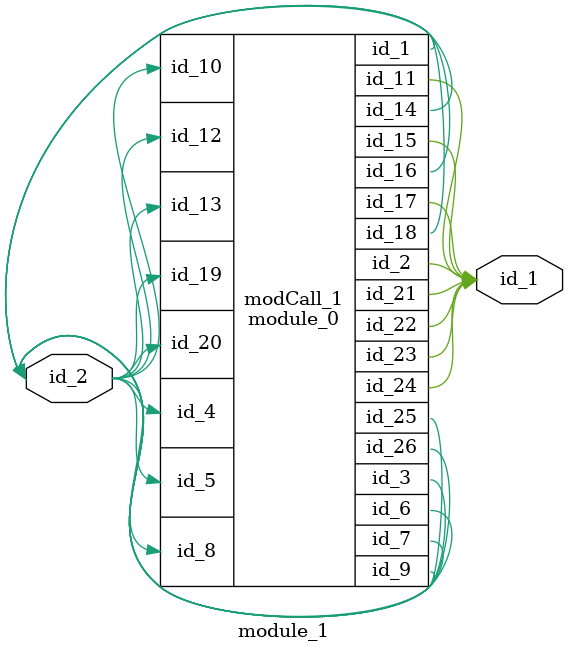
<source format=v>
module module_0 (
    id_1,
    id_2,
    id_3,
    id_4,
    id_5,
    id_6,
    id_7,
    id_8,
    id_9,
    id_10,
    id_11,
    id_12,
    id_13,
    id_14,
    id_15,
    id_16,
    id_17,
    id_18,
    id_19,
    id_20,
    id_21,
    id_22,
    id_23,
    id_24,
    id_25,
    id_26
);
  inout wire id_26;
  inout wire id_25;
  output wire id_24;
  output wire id_23;
  output wire id_22;
  output wire id_21;
  input wire id_20;
  input wire id_19;
  output wire id_18;
  output wire id_17;
  inout wire id_16;
  output wire id_15;
  output wire id_14;
  input wire id_13;
  input wire id_12;
  output wire id_11;
  input wire id_10;
  inout wire id_9;
  input wire id_8;
  inout wire id_7;
  inout wire id_6;
  input wire id_5;
  input wire id_4;
  inout wire id_3;
  output wire id_2;
  inout wire id_1;
  wire id_27;
  wire id_28;
endmodule
module module_1 (
    id_1,
    id_2
);
  inout wire id_2;
  output wire id_1;
  assign id_2 = id_2;
  module_0 modCall_1 (
      id_2,
      id_1,
      id_2,
      id_2,
      id_2,
      id_2,
      id_2,
      id_2,
      id_2,
      id_2,
      id_1,
      id_2,
      id_2,
      id_2,
      id_1,
      id_2,
      id_1,
      id_2,
      id_2,
      id_2,
      id_1,
      id_1,
      id_1,
      id_1,
      id_2,
      id_2
  );
endmodule

</source>
